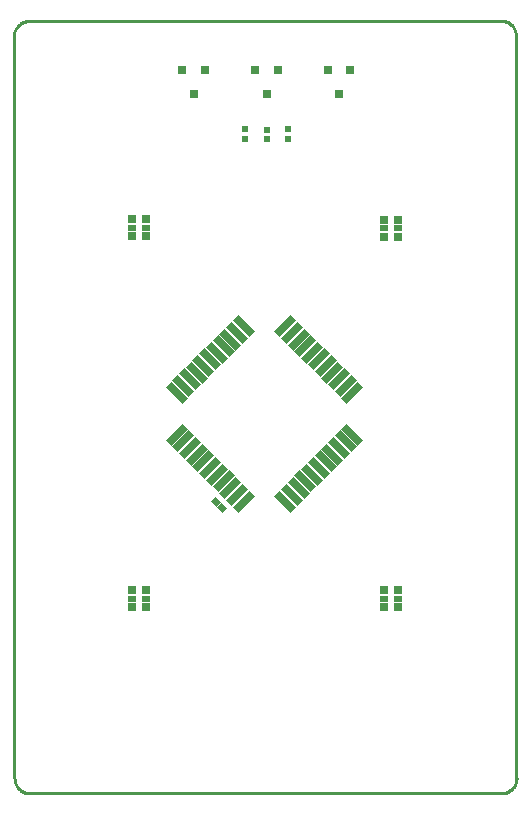
<source format=gtp>
%FSTAX23Y23*%
%MOIN*%
%SFA1B1*%

%IPPOS*%
%AMD19*
4,1,4,-0.000600,0.016400,-0.016400,0.000600,0.000600,-0.016400,0.016400,-0.000600,-0.000600,0.016400,0.0*
%
%AMD20*
4,1,4,0.036100,-0.018100,-0.018100,0.036100,-0.036100,0.018100,0.018100,-0.036100,0.036100,-0.018100,0.0*
%
%AMD21*
4,1,4,-0.018100,-0.036100,0.036100,0.018100,0.018100,0.036100,-0.036100,-0.018100,-0.018100,-0.036100,0.0*
%
%ADD14C,0.010000*%
%ADD15R,0.025590X0.029530*%
%ADD16R,0.019680X0.019680*%
%ADD17R,0.025590X0.025590*%
%ADD18R,0.025590X0.023620*%
G04~CAMADD=19~9~0.0~0.0~224.4~240.2~0.0~0.0~0~0.0~0.0~0.0~0.0~0~0.0~0.0~0.0~0.0~0~0.0~0.0~0.0~45.0~328.0~327.0*
%ADD19D19*%
G04~CAMADD=20~9~0.0~0.0~767.7~255.9~0.0~0.0~0~0.0~0.0~0.0~0.0~0~0.0~0.0~0.0~0.0~0~0.0~0.0~0.0~315.0~722.0~721.0*
%ADD20D20*%
G04~CAMADD=21~9~0.0~0.0~767.7~255.9~0.0~0.0~0~0.0~0.0~0.0~0.0~0~0.0~0.0~0.0~0.0~0~0.0~0.0~0.0~225.0~722.0~721.0*
%ADD21D21*%
%LNnas-craftsman_nixie_base_v1_1-1*%
%LPD*%
G54D14*
X17704Y00331D02*
D01*
X17705Y00327*
X17705Y00324*
X17706Y0032*
X17706Y00317*
X17707Y00314*
X17709Y00311*
X1771Y00307*
X17712Y00304*
X17714Y00301*
X17716Y00299*
X17718Y00296*
X17721Y00294*
X17724Y00291*
X17726Y00289*
X17729Y00288*
X17733Y00286*
X17736Y00284*
X17739Y00283*
X17742Y00282*
X17746Y00282*
X17749Y00281*
X17753Y00281*
X17754Y00281*
X17753Y02855D02*
D01*
X17749Y02855*
X17746Y02855*
X17743Y02854*
X17739Y02853*
X17736Y02852*
X17733Y02851*
X1773Y02849*
X17726Y02848*
X17724Y02846*
X17721Y02843*
X17718Y02841*
X17716Y02839*
X17714Y02836*
X17712Y02833*
X1771Y0283*
X17708Y02827*
X17707Y02824*
X17705Y02821*
X17704Y02817*
X17704Y02814*
X17703Y0281*
X17703Y02807*
X17703Y02805*
X19376D02*
D01*
X19376Y02809*
X19376Y02812*
X19375Y02815*
X19374Y02819*
X19373Y02822*
X19372Y02825*
X1937Y02829*
X19369Y02832*
X19367Y02834*
X19365Y02837*
X19362Y0284*
X1936Y02842*
X19357Y02845*
X19354Y02847*
X19351Y02848*
X19348Y0285*
X19345Y02851*
X19342Y02853*
X19338Y02854*
X19335Y02854*
X19331Y02855*
X19328Y02855*
X19326Y02855*
X19328Y00281D02*
D01*
X19331Y00281*
X19335Y00281*
X19338Y00282*
X19342Y00283*
X19345Y00284*
X19348Y00285*
X19351Y00287*
X19354Y00288*
X19357Y0029*
X1936Y00293*
X19362Y00295*
X19365Y00297*
X19367Y003*
X19369Y00303*
X19371Y00306*
X19373Y00309*
X19374Y00312*
X19375Y00315*
X19376Y00319*
X19377Y00322*
X19377Y00326*
X19378Y00329*
X19378Y00331*
X17935Y00281D02*
X19132D01*
X1794Y02855D02*
X19134D01*
X17753D02*
X19326D01*
X17754Y00281D02*
X19328D01*
X17703Y00334D02*
Y02805D01*
X19376Y00328D02*
Y02809D01*
G54D15*
X18339Y02691D03*
X18264D03*
X18301Y02612D03*
X18582Y02691D03*
X18507D03*
X18545Y02612D03*
X18823Y02691D03*
X18748D03*
X18786Y02612D03*
G54D16*
X18615Y02463D03*
Y02495D03*
X18547Y02462D03*
Y02493D03*
X18474Y02463D03*
Y02494D03*
G54D17*
X18096Y00957D03*
Y009D03*
X18143Y00957D03*
Y009D03*
X18142Y02137D03*
Y02194D03*
X18095Y02137D03*
Y02194D03*
X18982Y02136D03*
Y02193D03*
X18935Y02136D03*
Y02193D03*
X18936Y00957D03*
Y009D03*
X18983Y00957D03*
Y009D03*
G54D18*
X18096Y00928D03*
X18143D03*
X18142Y02166D03*
X18095D03*
X18982Y02164D03*
X18935D03*
X18936Y00929D03*
X18983D03*
G54D19*
X18397Y01231D03*
X18375Y01253D03*
G54D20*
X1883Y01476D03*
X18808Y01454D03*
X18785Y01432D03*
X18763Y01409D03*
X18741Y01387D03*
X18718Y01365D03*
X18696Y01342D03*
X18674Y0132D03*
X18652Y01298D03*
X18629Y01276D03*
X18607Y01253D03*
X18245Y01615D03*
X18267Y01638D03*
X1829Y0166D03*
X18312Y01682D03*
X18334Y01704D03*
X18357Y01727D03*
X18379Y01749D03*
X18401Y01771D03*
X18423Y01793D03*
X18446Y01816D03*
X18468Y01838D03*
G54D21*
X18468Y01253D03*
X18446Y01276D03*
X18423Y01298D03*
X18401Y0132D03*
X18379Y01342D03*
X18357Y01365D03*
X18334Y01387D03*
X18312Y01409D03*
X1829Y01432D03*
X18267Y01454D03*
X18245Y01476D03*
X18607Y01838D03*
X18629Y01816D03*
X18652Y01793D03*
X18674Y01771D03*
X18696Y01749D03*
X18718Y01727D03*
X18741Y01704D03*
X18763Y01682D03*
X18785Y0166D03*
X18808Y01638D03*
X1883Y01615D03*
M02*
</source>
